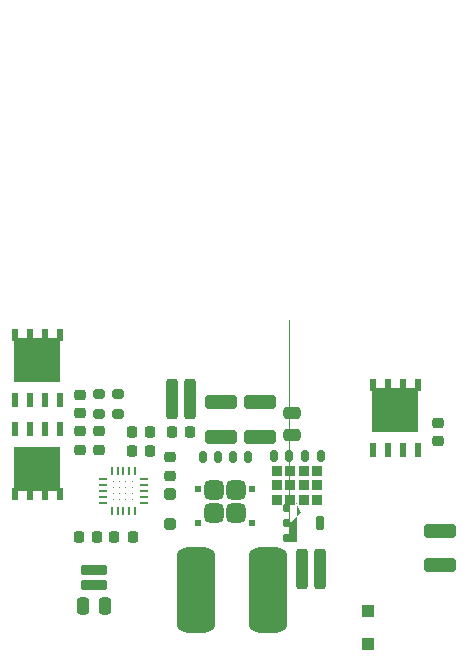
<source format=gbr>
%TF.GenerationSoftware,KiCad,Pcbnew,8.0.5*%
%TF.CreationDate,2024-10-04T18:34:43+02:00*%
%TF.ProjectId,BatteryCharger,42617474-6572-4794-9368-61726765722e,rev?*%
%TF.SameCoordinates,Original*%
%TF.FileFunction,Paste,Top*%
%TF.FilePolarity,Positive*%
%FSLAX46Y46*%
G04 Gerber Fmt 4.6, Leading zero omitted, Abs format (unit mm)*
G04 Created by KiCad (PCBNEW 8.0.5) date 2024-10-04 18:34:43*
%MOMM*%
%LPD*%
G01*
G04 APERTURE LIST*
G04 Aperture macros list*
%AMRoundRect*
0 Rectangle with rounded corners*
0 $1 Rounding radius*
0 $2 $3 $4 $5 $6 $7 $8 $9 X,Y pos of 4 corners*
0 Add a 4 corners polygon primitive as box body*
4,1,4,$2,$3,$4,$5,$6,$7,$8,$9,$2,$3,0*
0 Add four circle primitives for the rounded corners*
1,1,$1+$1,$2,$3*
1,1,$1+$1,$4,$5*
1,1,$1+$1,$6,$7*
1,1,$1+$1,$8,$9*
0 Add four rect primitives between the rounded corners*
20,1,$1+$1,$2,$3,$4,$5,0*
20,1,$1+$1,$4,$5,$6,$7,0*
20,1,$1+$1,$6,$7,$8,$9,0*
20,1,$1+$1,$8,$9,$2,$3,0*%
%AMFreePoly0*
4,1,53,0.519509,1.693079,0.555557,1.678147,0.583147,1.650557,0.598079,1.614509,0.600000,1.595000,0.600000,-1.495000,0.598079,-1.514509,0.583147,-1.550557,0.555557,-1.578147,0.519509,-1.593079,0.500000,-1.595000,-0.437500,-1.595000,-0.499686,-1.582630,-0.552405,-1.547405,-0.587630,-1.494686,-0.600000,-1.432500,-0.600000,-1.107500,-0.587630,-1.045314,-0.552405,-0.992595,-0.499686,-0.957370,
-0.437500,-0.945000,-0.100000,-0.945000,-0.100000,-0.325000,-0.437500,-0.325000,-0.499686,-0.312630,-0.552405,-0.277405,-0.587630,-0.224686,-0.600000,-0.162500,-0.600000,0.162500,-0.587630,0.224686,-0.552405,0.277405,-0.499686,0.312630,-0.437500,0.325000,-0.100000,0.325000,-0.100000,0.945000,-0.437500,0.945000,-0.499686,0.957370,-0.552405,0.992595,-0.587630,1.045314,-0.600000,1.107500,
-0.600000,1.432500,-0.587630,1.494686,-0.552405,1.547405,-0.499686,1.582630,-0.437500,1.595000,-0.100000,1.595000,-0.098079,1.614509,-0.083147,1.650557,-0.055557,1.678147,-0.019509,1.693079,0.000000,1.695000,0.500000,1.695000,0.519509,1.693079,0.519509,1.693079,$1*%
G04 Aperture macros list end*
%ADD10RoundRect,0.250000X-0.250000X-1.450000X0.250000X-1.450000X0.250000X1.450000X-0.250000X1.450000X0*%
%ADD11RoundRect,0.407500X-0.407500X0.415000X-0.407500X-0.415000X0.407500X-0.415000X0.407500X0.415000X0*%
%ADD12RoundRect,0.150000X-0.150000X0.350000X-0.150000X-0.350000X0.150000X-0.350000X0.150000X0.350000X0*%
%ADD13R,0.626000X0.610000*%
%ADD14R,0.500000X0.510000*%
%ADD15RoundRect,0.225000X0.225000X0.250000X-0.225000X0.250000X-0.225000X-0.250000X0.225000X-0.250000X0*%
%ADD16RoundRect,0.250000X-1.100000X0.325000X-1.100000X-0.325000X1.100000X-0.325000X1.100000X0.325000X0*%
%ADD17RoundRect,0.225000X0.250000X-0.225000X0.250000X0.225000X-0.250000X0.225000X-0.250000X-0.225000X0*%
%ADD18RoundRect,0.225000X-0.250000X0.225000X-0.250000X-0.225000X0.250000X-0.225000X0.250000X0.225000X0*%
%ADD19RoundRect,0.225000X-0.225000X-0.250000X0.225000X-0.250000X0.225000X0.250000X-0.225000X0.250000X0*%
%ADD20RoundRect,0.250000X0.250000X0.475000X-0.250000X0.475000X-0.250000X-0.475000X0.250000X-0.475000X0*%
%ADD21RoundRect,0.250000X-0.475000X0.250000X-0.475000X-0.250000X0.475000X-0.250000X0.475000X0.250000X0*%
%ADD22RoundRect,0.250000X-0.300000X0.300000X-0.300000X-0.300000X0.300000X-0.300000X0.300000X0.300000X0*%
%ADD23RoundRect,0.250000X-0.250000X0.250000X-0.250000X-0.250000X0.250000X-0.250000X0.250000X0.250000X0*%
%ADD24RoundRect,0.825000X-0.825000X-2.775000X0.825000X-2.775000X0.825000X2.775000X-0.825000X2.775000X0*%
%ADD25R,0.610000X1.020000*%
%ADD26R,3.910000X3.810000*%
%ADD27R,0.610000X1.270000*%
%ADD28RoundRect,0.175000X0.175000X-0.325000X0.175000X0.325000X-0.175000X0.325000X-0.175000X-0.325000X0*%
%ADD29RoundRect,0.162500X0.162500X-0.437500X0.162500X0.437500X-0.162500X0.437500X-0.162500X-0.437500X0*%
%ADD30FreePoly0,90.000000*%
%ADD31R,0.900000X0.900000*%
%ADD32RoundRect,0.200000X-0.275000X0.200000X-0.275000X-0.200000X0.275000X-0.200000X0.275000X0.200000X0*%
%ADD33RoundRect,0.207317X-0.892683X-0.217683X0.892683X-0.217683X0.892683X0.217683X-0.892683X0.217683X0*%
%ADD34O,0.700000X0.240000*%
%ADD35O,0.240000X0.700000*%
%ADD36R,0.000001X0.000001*%
G04 APERTURE END LIST*
D10*
%TO.C,R11*%
X155850000Y-108100000D03*
X157350000Y-108100000D03*
%TD*%
D11*
%TO.C,Q5*%
X150265000Y-101407500D03*
X148335000Y-101407500D03*
X150265000Y-103352500D03*
X148335000Y-103352500D03*
D12*
X151205000Y-98585000D03*
X149935000Y-98585000D03*
X148665000Y-98585000D03*
X147395000Y-98585000D03*
D13*
X151613000Y-101300000D03*
X146987000Y-101300000D03*
D14*
X151550000Y-104170000D03*
X147050000Y-104170000D03*
%TD*%
D15*
%TO.C,C16*%
X141475000Y-105400000D03*
X139925000Y-105400000D03*
%TD*%
%TO.C,C17*%
X138475000Y-105400000D03*
X136925000Y-105400000D03*
%TD*%
D16*
%TO.C,C15*%
X167500000Y-107775000D03*
X167500000Y-104825000D03*
%TD*%
D17*
%TO.C,C14*%
X144600000Y-100175000D03*
X144600000Y-98625000D03*
%TD*%
D18*
%TO.C,C4*%
X137000000Y-94880000D03*
X137000000Y-93330000D03*
%TD*%
D17*
%TO.C,C3*%
X138600000Y-97980000D03*
X138600000Y-96430000D03*
%TD*%
D19*
%TO.C,C10*%
X144825000Y-96500000D03*
X146375000Y-96500000D03*
%TD*%
D15*
%TO.C,C9*%
X141425000Y-98100000D03*
X142975000Y-98100000D03*
%TD*%
%TO.C,C8*%
X141425000Y-96500000D03*
X142975000Y-96500000D03*
%TD*%
D18*
%TO.C,C13*%
X167300000Y-95725000D03*
X167300000Y-97275000D03*
%TD*%
D16*
%TO.C,C6*%
X149000000Y-96875000D03*
X149000000Y-93925000D03*
%TD*%
%TO.C,C7*%
X152300000Y-96875000D03*
X152300000Y-93925000D03*
%TD*%
D20*
%TO.C,C11*%
X139150000Y-111200000D03*
X137250000Y-111200000D03*
%TD*%
D17*
%TO.C,C1*%
X137000000Y-96430000D03*
X137000000Y-97980000D03*
%TD*%
D21*
%TO.C,C5*%
X155000000Y-96750000D03*
X155000000Y-94850000D03*
%TD*%
D22*
%TO.C,D3*%
X161400000Y-111600000D03*
X161400000Y-114400000D03*
%TD*%
D23*
%TO.C,D2*%
X144600000Y-101750000D03*
X144600000Y-104250000D03*
%TD*%
D24*
%TO.C,L1*%
X146850000Y-109900000D03*
X152950000Y-109900000D03*
%TD*%
D25*
%TO.C,Q1*%
X131495000Y-101690000D03*
X132765000Y-101690000D03*
X134035000Y-101690000D03*
X135305000Y-101690000D03*
D26*
X133400000Y-99585000D03*
D27*
X131495000Y-96225000D03*
X132765000Y-96225000D03*
X134035000Y-96225000D03*
X135305000Y-96225000D03*
%TD*%
%TO.C,Q2*%
X131495000Y-93770000D03*
X132765000Y-93770000D03*
X134035000Y-93770000D03*
X135305000Y-93770000D03*
D26*
X133400000Y-90410000D03*
D25*
X131495000Y-88305000D03*
X132765000Y-88305000D03*
X134035000Y-88305000D03*
X135305000Y-88305000D03*
%TD*%
%TO.C,Q3*%
X165605000Y-92505000D03*
X164335000Y-92505000D03*
X163065000Y-92505000D03*
X161795000Y-92505000D03*
D26*
X163700000Y-94610000D03*
D27*
X165605000Y-97970000D03*
X164335000Y-97970000D03*
X163065000Y-97970000D03*
X161795000Y-97970000D03*
%TD*%
D28*
%TO.C,Q4*%
X157395000Y-98475000D03*
X156065000Y-98475000D03*
X154735000Y-98475000D03*
X153405000Y-98475000D03*
D29*
X157305000Y-104225000D03*
D30*
X154765000Y-104225000D03*
D31*
X157125000Y-99775000D03*
X155975000Y-99775000D03*
X154825000Y-99775000D03*
X153675000Y-99775000D03*
X157125000Y-100975000D03*
X155975000Y-100975000D03*
X154825000Y-100975000D03*
X153675000Y-100975000D03*
X157125000Y-102200000D03*
X155975000Y-102200000D03*
X154825000Y-102200000D03*
X153675000Y-102200000D03*
%TD*%
D10*
%TO.C,R2*%
X144850000Y-93700000D03*
X146350000Y-93700000D03*
%TD*%
D32*
%TO.C,R5*%
X140200000Y-93280000D03*
X140200000Y-94930000D03*
%TD*%
%TO.C,R7*%
X138600000Y-93280000D03*
X138600000Y-94930000D03*
%TD*%
D33*
%TO.C,R3*%
X138200000Y-108175000D03*
X138200000Y-109425000D03*
%TD*%
D34*
%TO.C,U1*%
X142400000Y-100500000D03*
X142400000Y-101000000D03*
X142400000Y-101500000D03*
X142400000Y-102000000D03*
X142400000Y-102500000D03*
D35*
X141700000Y-103200000D03*
X141200000Y-103200000D03*
X140700000Y-103200000D03*
X140200000Y-103200000D03*
X139700000Y-103200000D03*
D34*
X139000000Y-102500000D03*
X139000000Y-102000000D03*
X139000000Y-101500000D03*
X139000000Y-101000000D03*
X139000000Y-100500000D03*
D35*
X139700000Y-99800000D03*
X140200000Y-99800000D03*
X140700000Y-99800000D03*
X141200000Y-99800000D03*
X141700000Y-99800000D03*
D36*
X139931251Y-102268749D03*
X140443751Y-102268749D03*
X140956249Y-102268749D03*
X141468749Y-102268749D03*
X139931251Y-101756249D03*
X140443751Y-101756249D03*
X140956249Y-101756249D03*
X141468749Y-101756249D03*
X139931251Y-101243751D03*
X140443751Y-101243751D03*
X140956249Y-101243751D03*
X141468749Y-101243751D03*
X139931251Y-100731251D03*
X140443751Y-100731251D03*
X140956249Y-100731251D03*
X141468749Y-100731251D03*
%TD*%
M02*

</source>
